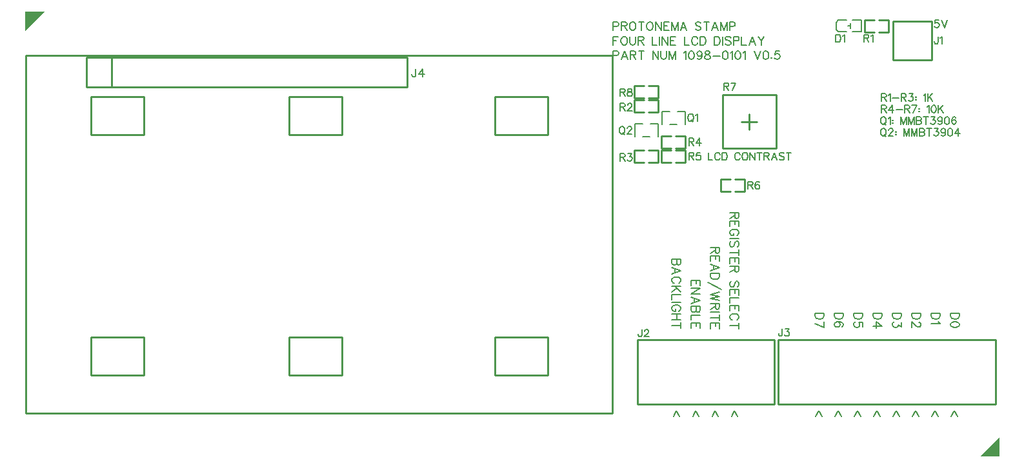
<source format=gto>
G04 Layer: TopSilkscreenLayer*
G04 Panelize: , Column: 2, Row: 2, Board Size: 127.89mm x 58.42mm, Panelized Board Size: 257.78mm x 118.84mm*
G04 EasyEDA v6.5.34, 2023-09-07 21:57:30*
G04 74dac189c7254be0b42c3ceae140a3ac,5a6b42c53f6a479593ecc07194224c93,10*
G04 Gerber Generator version 0.2*
G04 Scale: 100 percent, Rotated: No, Reflected: No *
G04 Dimensions in millimeters *
G04 leading zeros omitted , absolute positions ,4 integer and 5 decimal *
%FSLAX45Y45*%
%MOMM*%

%ADD10C,0.1524*%
%ADD11C,0.2540*%
%ADD12C,0.1500*%

%LPD*%
D10*
X9935972Y1675637D02*
G01*
X9935972Y1602994D01*
X9931400Y1589278D01*
X9926827Y1584705D01*
X9917684Y1580134D01*
X9908793Y1580134D01*
X9899650Y1584705D01*
X9895077Y1589278D01*
X9890506Y1602994D01*
X9890506Y1612137D01*
X9975088Y1675637D02*
G01*
X10025125Y1675637D01*
X9997693Y1639315D01*
X10011409Y1639315D01*
X10020554Y1634744D01*
X10025125Y1630171D01*
X10029697Y1616710D01*
X10029697Y1607565D01*
X10025125Y1593850D01*
X10015981Y1584705D01*
X10002265Y1580134D01*
X9988804Y1580134D01*
X9975088Y1584705D01*
X9970515Y1589278D01*
X9965943Y1598421D01*
X9351502Y524131D02*
G01*
X9310613Y597029D01*
X9269714Y524131D01*
X9097502Y524131D02*
G01*
X9056613Y597029D01*
X9015714Y524131D01*
X8843502Y524131D02*
G01*
X8802613Y597029D01*
X8761714Y524131D01*
X8589502Y524131D02*
G01*
X8548613Y597029D01*
X8507714Y524131D01*
X8093892Y1666237D02*
G01*
X8093892Y1593593D01*
X8089315Y1579877D01*
X8084743Y1575305D01*
X8075599Y1570733D01*
X8066709Y1570733D01*
X8057565Y1575305D01*
X8052993Y1579877D01*
X8048424Y1593593D01*
X8048424Y1602737D01*
X8128431Y1643631D02*
G01*
X8128431Y1648203D01*
X8133008Y1657093D01*
X8137575Y1661665D01*
X8146724Y1666237D01*
X8164758Y1666237D01*
X8173897Y1661665D01*
X8178474Y1657093D01*
X8183044Y1648203D01*
X8183044Y1639059D01*
X8178474Y1629915D01*
X8169325Y1616199D01*
X8123859Y1570733D01*
X8187613Y1570733D01*
X10460085Y524108D02*
G01*
X10419196Y597006D01*
X10378297Y524108D01*
X10714085Y524108D02*
G01*
X10673196Y597006D01*
X10632297Y524108D01*
X10968085Y524108D02*
G01*
X10927196Y597006D01*
X10886297Y524108D01*
X11222085Y524108D02*
G01*
X11181196Y597006D01*
X11140297Y524108D01*
X11476085Y524108D02*
G01*
X11435196Y597006D01*
X11394297Y524108D01*
X11984085Y524108D02*
G01*
X11943196Y597006D01*
X11902297Y524108D01*
X11730085Y524108D02*
G01*
X11689196Y597006D01*
X11648297Y524108D01*
X12238085Y524108D02*
G01*
X12197196Y597006D01*
X12156297Y524108D01*
X12262383Y1879597D02*
G01*
X12147829Y1879597D01*
X12262383Y1879597D02*
G01*
X12262383Y1841497D01*
X12256795Y1824987D01*
X12245873Y1814065D01*
X12234951Y1808731D01*
X12218695Y1803143D01*
X12191263Y1803143D01*
X12175007Y1808731D01*
X12164085Y1814065D01*
X12153163Y1824987D01*
X12147829Y1841497D01*
X12147829Y1879597D01*
X12262383Y1734563D02*
G01*
X12256795Y1750819D01*
X12240539Y1761741D01*
X12213107Y1767329D01*
X12196851Y1767329D01*
X12169419Y1761741D01*
X12153163Y1750819D01*
X12147829Y1734563D01*
X12147829Y1723641D01*
X12153163Y1707131D01*
X12169419Y1696209D01*
X12196851Y1690875D01*
X12213107Y1690875D01*
X12240539Y1696209D01*
X12256795Y1707131D01*
X12262383Y1723641D01*
X12262383Y1734563D01*
X12008385Y1879597D02*
G01*
X11893831Y1879597D01*
X12008385Y1879597D02*
G01*
X12008385Y1841497D01*
X12002797Y1824987D01*
X11991875Y1814065D01*
X11980953Y1808731D01*
X11964697Y1803143D01*
X11937265Y1803143D01*
X11921009Y1808731D01*
X11910087Y1814065D01*
X11899165Y1824987D01*
X11893831Y1841497D01*
X11893831Y1879597D01*
X11986541Y1767329D02*
G01*
X11991875Y1756407D01*
X12008385Y1739897D01*
X11893831Y1739897D01*
X11754385Y1879597D02*
G01*
X11639831Y1879597D01*
X11754385Y1879597D02*
G01*
X11754385Y1841497D01*
X11748797Y1824987D01*
X11737875Y1814065D01*
X11726953Y1808731D01*
X11710697Y1803143D01*
X11683265Y1803143D01*
X11667009Y1808731D01*
X11656087Y1814065D01*
X11645165Y1824987D01*
X11639831Y1841497D01*
X11639831Y1879597D01*
X11726953Y1761741D02*
G01*
X11732541Y1761741D01*
X11743463Y1756407D01*
X11748797Y1750819D01*
X11754385Y1739897D01*
X11754385Y1718053D01*
X11748797Y1707131D01*
X11743463Y1701797D01*
X11732541Y1696209D01*
X11721619Y1696209D01*
X11710697Y1701797D01*
X11694187Y1712719D01*
X11639831Y1767329D01*
X11639831Y1690875D01*
X11500340Y1879572D02*
G01*
X11385786Y1879572D01*
X11500340Y1879572D02*
G01*
X11500340Y1841472D01*
X11494752Y1824962D01*
X11483830Y1814040D01*
X11472908Y1808706D01*
X11456652Y1803118D01*
X11429474Y1803118D01*
X11412964Y1808706D01*
X11402042Y1814040D01*
X11391120Y1824962D01*
X11385786Y1841472D01*
X11385786Y1879572D01*
X11500340Y1756382D02*
G01*
X11500340Y1696438D01*
X11456652Y1728950D01*
X11456652Y1712694D01*
X11451064Y1701772D01*
X11445730Y1696438D01*
X11429474Y1690850D01*
X11418552Y1690850D01*
X11402042Y1696438D01*
X11391120Y1707106D01*
X11385786Y1723616D01*
X11385786Y1739872D01*
X11391120Y1756382D01*
X11396708Y1761716D01*
X11407630Y1767304D01*
X11246340Y1879572D02*
G01*
X11131786Y1879572D01*
X11246340Y1879572D02*
G01*
X11246340Y1841472D01*
X11240752Y1824962D01*
X11229830Y1814040D01*
X11218908Y1808706D01*
X11202652Y1803118D01*
X11175474Y1803118D01*
X11158964Y1808706D01*
X11148042Y1814040D01*
X11137120Y1824962D01*
X11131786Y1841472D01*
X11131786Y1879572D01*
X11246340Y1712694D02*
G01*
X11169886Y1767304D01*
X11169886Y1685516D01*
X11246340Y1712694D02*
G01*
X11131786Y1712694D01*
X10992340Y1879572D02*
G01*
X10877786Y1879572D01*
X10992340Y1879572D02*
G01*
X10992340Y1841472D01*
X10986752Y1824962D01*
X10975830Y1814040D01*
X10964908Y1808706D01*
X10948652Y1803118D01*
X10921474Y1803118D01*
X10904964Y1808706D01*
X10894042Y1814040D01*
X10883120Y1824962D01*
X10877786Y1841472D01*
X10877786Y1879572D01*
X10992340Y1701772D02*
G01*
X10992340Y1756382D01*
X10943064Y1761716D01*
X10948652Y1756382D01*
X10953986Y1739872D01*
X10953986Y1723616D01*
X10948652Y1707106D01*
X10937730Y1696438D01*
X10921474Y1690850D01*
X10910552Y1690850D01*
X10894042Y1696438D01*
X10883120Y1707106D01*
X10877786Y1723616D01*
X10877786Y1739872D01*
X10883120Y1756382D01*
X10888708Y1761716D01*
X10899630Y1767304D01*
X10738340Y1879572D02*
G01*
X10623786Y1879572D01*
X10738340Y1879572D02*
G01*
X10738340Y1841472D01*
X10732752Y1824962D01*
X10721830Y1814040D01*
X10710908Y1808706D01*
X10694652Y1803118D01*
X10667474Y1803118D01*
X10650964Y1808706D01*
X10640042Y1814040D01*
X10629120Y1824962D01*
X10623786Y1841472D01*
X10623786Y1879572D01*
X10721830Y1701772D02*
G01*
X10732752Y1707106D01*
X10738340Y1723616D01*
X10738340Y1734538D01*
X10732752Y1750794D01*
X10716496Y1761716D01*
X10689064Y1767304D01*
X10661886Y1767304D01*
X10640042Y1761716D01*
X10629120Y1750794D01*
X10623786Y1734538D01*
X10623786Y1728950D01*
X10629120Y1712694D01*
X10640042Y1701772D01*
X10656552Y1696438D01*
X10661886Y1696438D01*
X10678142Y1701772D01*
X10689064Y1712694D01*
X10694652Y1728950D01*
X10694652Y1734538D01*
X10689064Y1750794D01*
X10678142Y1761716D01*
X10661886Y1767304D01*
X10484340Y1879572D02*
G01*
X10369786Y1879572D01*
X10484340Y1879572D02*
G01*
X10484340Y1841472D01*
X10478752Y1824962D01*
X10467830Y1814040D01*
X10456908Y1808706D01*
X10440652Y1803118D01*
X10413474Y1803118D01*
X10396964Y1808706D01*
X10386042Y1814040D01*
X10375120Y1824962D01*
X10369786Y1841472D01*
X10369786Y1879572D01*
X10484340Y1690850D02*
G01*
X10369786Y1745460D01*
X10484340Y1767304D02*
G01*
X10484340Y1690850D01*
X9366722Y3200496D02*
G01*
X9252168Y3200496D01*
X9366722Y3200496D02*
G01*
X9366722Y3151220D01*
X9361134Y3134964D01*
X9355800Y3129376D01*
X9344878Y3124042D01*
X9333956Y3124042D01*
X9323034Y3129376D01*
X9317700Y3134964D01*
X9312112Y3151220D01*
X9312112Y3200496D01*
X9312112Y3162142D02*
G01*
X9252168Y3124042D01*
X9366722Y3087974D02*
G01*
X9252168Y3087974D01*
X9366722Y3087974D02*
G01*
X9366722Y3017108D01*
X9312112Y3087974D02*
G01*
X9312112Y3044286D01*
X9252168Y3087974D02*
G01*
X9252168Y3017108D01*
X9339290Y2899252D02*
G01*
X9350212Y2904840D01*
X9361134Y2915762D01*
X9366722Y2926684D01*
X9366722Y2948274D01*
X9361134Y2959196D01*
X9350212Y2970118D01*
X9339290Y2975706D01*
X9323034Y2981040D01*
X9295856Y2981040D01*
X9279346Y2975706D01*
X9268424Y2970118D01*
X9257502Y2959196D01*
X9252168Y2948274D01*
X9252168Y2926684D01*
X9257502Y2915762D01*
X9268424Y2904840D01*
X9279346Y2899252D01*
X9295856Y2899252D01*
X9295856Y2926684D02*
G01*
X9295856Y2899252D01*
X9366722Y2863184D02*
G01*
X9252168Y2863184D01*
X9350212Y2750916D02*
G01*
X9361134Y2761838D01*
X9366722Y2778094D01*
X9366722Y2799938D01*
X9361134Y2816448D01*
X9350212Y2827370D01*
X9339290Y2827370D01*
X9328368Y2821782D01*
X9323034Y2816448D01*
X9317700Y2805526D01*
X9306778Y2772760D01*
X9301190Y2761838D01*
X9295856Y2756504D01*
X9284934Y2750916D01*
X9268424Y2750916D01*
X9257502Y2761838D01*
X9252168Y2778094D01*
X9252168Y2799938D01*
X9257502Y2816448D01*
X9268424Y2827370D01*
X9366722Y2676748D02*
G01*
X9252168Y2676748D01*
X9366722Y2714848D02*
G01*
X9366722Y2638648D01*
X9366722Y2602580D02*
G01*
X9252168Y2602580D01*
X9366722Y2602580D02*
G01*
X9366722Y2531714D01*
X9312112Y2602580D02*
G01*
X9312112Y2558892D01*
X9252168Y2602580D02*
G01*
X9252168Y2531714D01*
X9366722Y2495646D02*
G01*
X9252168Y2495646D01*
X9366722Y2495646D02*
G01*
X9366722Y2446624D01*
X9361134Y2430114D01*
X9355800Y2424780D01*
X9344878Y2419192D01*
X9333956Y2419192D01*
X9323034Y2424780D01*
X9317700Y2430114D01*
X9312112Y2446624D01*
X9312112Y2495646D01*
X9312112Y2457546D02*
G01*
X9252168Y2419192D01*
X9350212Y2222850D02*
G01*
X9361134Y2233772D01*
X9366722Y2250282D01*
X9366722Y2272126D01*
X9361134Y2288382D01*
X9350212Y2299304D01*
X9339290Y2299304D01*
X9328368Y2293970D01*
X9323034Y2288382D01*
X9317700Y2277460D01*
X9306778Y2244694D01*
X9301190Y2233772D01*
X9295856Y2228438D01*
X9284934Y2222850D01*
X9268424Y2222850D01*
X9257502Y2233772D01*
X9252168Y2250282D01*
X9252168Y2272126D01*
X9257502Y2288382D01*
X9268424Y2299304D01*
X9366722Y2187036D02*
G01*
X9252168Y2187036D01*
X9366722Y2187036D02*
G01*
X9366722Y2115916D01*
X9312112Y2187036D02*
G01*
X9312112Y2143348D01*
X9252168Y2187036D02*
G01*
X9252168Y2115916D01*
X9366722Y2080102D02*
G01*
X9252168Y2080102D01*
X9252168Y2080102D02*
G01*
X9252168Y2014570D01*
X9366722Y1978502D02*
G01*
X9252168Y1978502D01*
X9366722Y1978502D02*
G01*
X9366722Y1907636D01*
X9312112Y1978502D02*
G01*
X9312112Y1934814D01*
X9252168Y1978502D02*
G01*
X9252168Y1907636D01*
X9339290Y1789780D02*
G01*
X9350212Y1795368D01*
X9361134Y1806290D01*
X9366722Y1817212D01*
X9366722Y1839056D01*
X9361134Y1849724D01*
X9350212Y1860646D01*
X9339290Y1866234D01*
X9323034Y1871568D01*
X9295856Y1871568D01*
X9279346Y1866234D01*
X9268424Y1860646D01*
X9257502Y1849724D01*
X9252168Y1839056D01*
X9252168Y1817212D01*
X9257502Y1806290D01*
X9268424Y1795368D01*
X9279346Y1789780D01*
X9366722Y1715612D02*
G01*
X9252168Y1715612D01*
X9366722Y1753966D02*
G01*
X9366722Y1677512D01*
X9112722Y2743299D02*
G01*
X8998168Y2743299D01*
X9112722Y2743299D02*
G01*
X9112722Y2694023D01*
X9107134Y2677767D01*
X9101800Y2672179D01*
X9090878Y2666845D01*
X9079956Y2666845D01*
X9069034Y2672179D01*
X9063700Y2677767D01*
X9058112Y2694023D01*
X9058112Y2743299D01*
X9058112Y2704945D02*
G01*
X8998168Y2666845D01*
X9112722Y2630777D02*
G01*
X8998168Y2630777D01*
X9112722Y2630777D02*
G01*
X9112722Y2559911D01*
X9058112Y2630777D02*
G01*
X9058112Y2587089D01*
X8998168Y2630777D02*
G01*
X8998168Y2559911D01*
X9112722Y2480409D02*
G01*
X8998168Y2523843D01*
X9112722Y2480409D02*
G01*
X8998168Y2436721D01*
X9036268Y2507587D02*
G01*
X9036268Y2452977D01*
X9112722Y2400653D02*
G01*
X8998168Y2400653D01*
X9112722Y2400653D02*
G01*
X9112722Y2362553D01*
X9107134Y2346043D01*
X9096212Y2335121D01*
X9085290Y2329787D01*
X9069034Y2324199D01*
X9041856Y2324199D01*
X9025346Y2329787D01*
X9014424Y2335121D01*
X9003502Y2346043D01*
X8998168Y2362553D01*
X8998168Y2400653D01*
X9134566Y2190087D02*
G01*
X8960068Y2288385D01*
X9112722Y2154019D02*
G01*
X8998168Y2126841D01*
X9112722Y2099663D02*
G01*
X8998168Y2126841D01*
X9112722Y2099663D02*
G01*
X8998168Y2072231D01*
X9112722Y2045053D02*
G01*
X8998168Y2072231D01*
X9112722Y2008985D02*
G01*
X8998168Y2008985D01*
X9112722Y2008985D02*
G01*
X9112722Y1959963D01*
X9107134Y1943453D01*
X9101800Y1938119D01*
X9090878Y1932531D01*
X9079956Y1932531D01*
X9069034Y1938119D01*
X9063700Y1943453D01*
X9058112Y1959963D01*
X9058112Y2008985D01*
X9058112Y1970885D02*
G01*
X8998168Y1932531D01*
X9112722Y1896717D02*
G01*
X8998168Y1896717D01*
X9112722Y1822549D02*
G01*
X8998168Y1822549D01*
X9112722Y1860649D02*
G01*
X9112722Y1784195D01*
X9112722Y1748381D02*
G01*
X8998168Y1748381D01*
X9112722Y1748381D02*
G01*
X9112722Y1677261D01*
X9058112Y1748381D02*
G01*
X9058112Y1704693D01*
X8998168Y1748381D02*
G01*
X8998168Y1677261D01*
X8858722Y2311499D02*
G01*
X8744168Y2311499D01*
X8858722Y2311499D02*
G01*
X8858722Y2240379D01*
X8804112Y2311499D02*
G01*
X8804112Y2267811D01*
X8744168Y2311499D02*
G01*
X8744168Y2240379D01*
X8858722Y2204565D02*
G01*
X8744168Y2204565D01*
X8858722Y2204565D02*
G01*
X8744168Y2128111D01*
X8858722Y2128111D02*
G01*
X8744168Y2128111D01*
X8858722Y2048609D02*
G01*
X8744168Y2092043D01*
X8858722Y2048609D02*
G01*
X8744168Y2004921D01*
X8782268Y2075787D02*
G01*
X8782268Y2021177D01*
X8858722Y1968853D02*
G01*
X8744168Y1968853D01*
X8858722Y1968853D02*
G01*
X8858722Y1919831D01*
X8853134Y1903321D01*
X8847800Y1897987D01*
X8836878Y1892399D01*
X8825956Y1892399D01*
X8815034Y1897987D01*
X8809700Y1903321D01*
X8804112Y1919831D01*
X8804112Y1968853D02*
G01*
X8804112Y1919831D01*
X8798778Y1903321D01*
X8793190Y1897987D01*
X8782268Y1892399D01*
X8766012Y1892399D01*
X8755090Y1897987D01*
X8749502Y1903321D01*
X8744168Y1919831D01*
X8744168Y1968853D01*
X8858722Y1856585D02*
G01*
X8744168Y1856585D01*
X8744168Y1856585D02*
G01*
X8744168Y1791053D01*
X8858722Y1754985D02*
G01*
X8744168Y1754985D01*
X8858722Y1754985D02*
G01*
X8858722Y1684119D01*
X8804112Y1754985D02*
G01*
X8804112Y1711297D01*
X8744168Y1754985D02*
G01*
X8744168Y1684119D01*
X8604722Y2590899D02*
G01*
X8490168Y2590899D01*
X8604722Y2590899D02*
G01*
X8604722Y2541623D01*
X8599134Y2525367D01*
X8593800Y2519779D01*
X8582878Y2514445D01*
X8571956Y2514445D01*
X8561034Y2519779D01*
X8555700Y2525367D01*
X8550112Y2541623D01*
X8550112Y2590899D02*
G01*
X8550112Y2541623D01*
X8544778Y2525367D01*
X8539190Y2519779D01*
X8528268Y2514445D01*
X8512012Y2514445D01*
X8501090Y2519779D01*
X8495502Y2525367D01*
X8490168Y2541623D01*
X8490168Y2590899D01*
X8604722Y2434689D02*
G01*
X8490168Y2478377D01*
X8604722Y2434689D02*
G01*
X8490168Y2391255D01*
X8528268Y2462121D02*
G01*
X8528268Y2407511D01*
X8577290Y2273399D02*
G01*
X8588212Y2278733D01*
X8599134Y2289655D01*
X8604722Y2300577D01*
X8604722Y2322421D01*
X8599134Y2333343D01*
X8588212Y2344265D01*
X8577290Y2349599D01*
X8561034Y2355187D01*
X8533856Y2355187D01*
X8517346Y2349599D01*
X8506424Y2344265D01*
X8495502Y2333343D01*
X8490168Y2322421D01*
X8490168Y2300577D01*
X8495502Y2289655D01*
X8506424Y2278733D01*
X8517346Y2273399D01*
X8604722Y2237331D02*
G01*
X8490168Y2237331D01*
X8604722Y2160877D02*
G01*
X8528268Y2237331D01*
X8555700Y2210153D02*
G01*
X8490168Y2160877D01*
X8604722Y2125063D02*
G01*
X8490168Y2125063D01*
X8490168Y2125063D02*
G01*
X8490168Y2059531D01*
X8604722Y2023463D02*
G01*
X8490168Y2023463D01*
X8577290Y1905607D02*
G01*
X8588212Y1911195D01*
X8599134Y1922117D01*
X8604722Y1933039D01*
X8604722Y1954883D01*
X8599134Y1965805D01*
X8588212Y1976727D01*
X8577290Y1982061D01*
X8561034Y1987649D01*
X8533856Y1987649D01*
X8517346Y1982061D01*
X8506424Y1976727D01*
X8495502Y1965805D01*
X8490168Y1954883D01*
X8490168Y1933039D01*
X8495502Y1922117D01*
X8506424Y1911195D01*
X8517346Y1905607D01*
X8533856Y1905607D01*
X8533856Y1933039D02*
G01*
X8533856Y1905607D01*
X8604722Y1869793D02*
G01*
X8490168Y1869793D01*
X8604722Y1793339D02*
G01*
X8490168Y1793339D01*
X8550112Y1869793D02*
G01*
X8550112Y1793339D01*
X8604722Y1719171D02*
G01*
X8490168Y1719171D01*
X8604722Y1757271D02*
G01*
X8604722Y1681071D01*
X8966207Y3987030D02*
G01*
X8966207Y3891526D01*
X8966207Y3891526D02*
G01*
X9020817Y3891526D01*
X9118861Y3964424D02*
G01*
X9114289Y3973568D01*
X9105399Y3982458D01*
X9096255Y3987030D01*
X9077967Y3987030D01*
X9068823Y3982458D01*
X9059933Y3973568D01*
X9055361Y3964424D01*
X9050789Y3950708D01*
X9050789Y3928102D01*
X9055361Y3914386D01*
X9059933Y3905242D01*
X9068823Y3896098D01*
X9077967Y3891526D01*
X9096255Y3891526D01*
X9105399Y3896098D01*
X9114289Y3905242D01*
X9118861Y3914386D01*
X9148833Y3987030D02*
G01*
X9148833Y3891526D01*
X9148833Y3987030D02*
G01*
X9180837Y3987030D01*
X9194299Y3982458D01*
X9203443Y3973568D01*
X9208015Y3964424D01*
X9212587Y3950708D01*
X9212587Y3928102D01*
X9208015Y3914386D01*
X9203443Y3905242D01*
X9194299Y3896098D01*
X9180837Y3891526D01*
X9148833Y3891526D01*
X9380735Y3964424D02*
G01*
X9376163Y3973568D01*
X9367019Y3982458D01*
X9358129Y3987030D01*
X9339841Y3987030D01*
X9330697Y3982458D01*
X9321553Y3973568D01*
X9316981Y3964424D01*
X9312663Y3950708D01*
X9312663Y3928102D01*
X9316981Y3914386D01*
X9321553Y3905242D01*
X9330697Y3896098D01*
X9339841Y3891526D01*
X9358129Y3891526D01*
X9367019Y3896098D01*
X9376163Y3905242D01*
X9380735Y3914386D01*
X9437885Y3987030D02*
G01*
X9428995Y3982458D01*
X9419851Y3973568D01*
X9415279Y3964424D01*
X9410707Y3950708D01*
X9410707Y3928102D01*
X9415279Y3914386D01*
X9419851Y3905242D01*
X9428995Y3896098D01*
X9437885Y3891526D01*
X9456173Y3891526D01*
X9465317Y3896098D01*
X9474461Y3905242D01*
X9479033Y3914386D01*
X9483351Y3928102D01*
X9483351Y3950708D01*
X9479033Y3964424D01*
X9474461Y3973568D01*
X9465317Y3982458D01*
X9456173Y3987030D01*
X9437885Y3987030D01*
X9513577Y3987030D02*
G01*
X9513577Y3891526D01*
X9513577Y3987030D02*
G01*
X9577077Y3891526D01*
X9577077Y3987030D02*
G01*
X9577077Y3891526D01*
X9638799Y3987030D02*
G01*
X9638799Y3891526D01*
X9607049Y3987030D02*
G01*
X9670803Y3987030D01*
X9700775Y3987030D02*
G01*
X9700775Y3891526D01*
X9700775Y3987030D02*
G01*
X9741669Y3987030D01*
X9755385Y3982458D01*
X9759703Y3977886D01*
X9764275Y3968996D01*
X9764275Y3959852D01*
X9759703Y3950708D01*
X9755385Y3946136D01*
X9741669Y3941564D01*
X9700775Y3941564D01*
X9732525Y3941564D02*
G01*
X9764275Y3891526D01*
X9830823Y3987030D02*
G01*
X9794247Y3891526D01*
X9830823Y3987030D02*
G01*
X9867145Y3891526D01*
X9807963Y3923530D02*
G01*
X9853429Y3923530D01*
X9960617Y3973568D02*
G01*
X9951727Y3982458D01*
X9938011Y3987030D01*
X9919723Y3987030D01*
X9906261Y3982458D01*
X9897117Y3973568D01*
X9897117Y3964424D01*
X9901689Y3955280D01*
X9906261Y3950708D01*
X9915405Y3946136D01*
X9942583Y3936992D01*
X9951727Y3932674D01*
X9956299Y3928102D01*
X9960617Y3918958D01*
X9960617Y3905242D01*
X9951727Y3896098D01*
X9938011Y3891526D01*
X9919723Y3891526D01*
X9906261Y3896098D01*
X9897117Y3905242D01*
X10022593Y3987030D02*
G01*
X10022593Y3891526D01*
X9990843Y3987030D02*
G01*
X10054343Y3987030D01*
X11239500Y4761737D02*
G01*
X11239500Y4666234D01*
X11239500Y4761737D02*
G01*
X11280393Y4761737D01*
X11294109Y4757165D01*
X11298681Y4752594D01*
X11303000Y4743704D01*
X11303000Y4734560D01*
X11298681Y4725415D01*
X11294109Y4720844D01*
X11280393Y4716271D01*
X11239500Y4716271D01*
X11271250Y4716271D02*
G01*
X11303000Y4666234D01*
X11333225Y4743704D02*
G01*
X11342115Y4748276D01*
X11355831Y4761737D01*
X11355831Y4666234D01*
X11385804Y4707381D02*
G01*
X11467591Y4707381D01*
X11497563Y4761737D02*
G01*
X11497563Y4666234D01*
X11497563Y4761737D02*
G01*
X11538458Y4761737D01*
X11552174Y4757165D01*
X11556745Y4752594D01*
X11561318Y4743704D01*
X11561318Y4734560D01*
X11556745Y4725415D01*
X11552174Y4720844D01*
X11538458Y4716271D01*
X11497563Y4716271D01*
X11529568Y4716271D02*
G01*
X11561318Y4666234D01*
X11600434Y4761737D02*
G01*
X11650472Y4761737D01*
X11623040Y4725415D01*
X11636756Y4725415D01*
X11645900Y4720844D01*
X11650472Y4716271D01*
X11655043Y4702810D01*
X11655043Y4693665D01*
X11650472Y4679950D01*
X11641327Y4670805D01*
X11627611Y4666234D01*
X11613895Y4666234D01*
X11600434Y4670805D01*
X11595861Y4675378D01*
X11591290Y4684521D01*
X11689588Y4720844D02*
G01*
X11685015Y4716271D01*
X11689588Y4711700D01*
X11693906Y4716271D01*
X11689588Y4720844D01*
X11689588Y4689094D02*
G01*
X11685015Y4684521D01*
X11689588Y4679950D01*
X11693906Y4684521D01*
X11689588Y4689094D01*
X11793981Y4743704D02*
G01*
X11803125Y4748276D01*
X11816841Y4761737D01*
X11816841Y4666234D01*
X11846813Y4761737D02*
G01*
X11846813Y4666234D01*
X11910313Y4761737D02*
G01*
X11846813Y4698237D01*
X11869420Y4720844D02*
G01*
X11910313Y4666234D01*
X11239500Y4609337D02*
G01*
X11239500Y4513834D01*
X11239500Y4609337D02*
G01*
X11280393Y4609337D01*
X11294109Y4604765D01*
X11298681Y4600194D01*
X11303000Y4591304D01*
X11303000Y4582160D01*
X11298681Y4573015D01*
X11294109Y4568444D01*
X11280393Y4563871D01*
X11239500Y4563871D01*
X11271250Y4563871D02*
G01*
X11303000Y4513834D01*
X11378691Y4609337D02*
G01*
X11333225Y4545837D01*
X11401297Y4545837D01*
X11378691Y4609337D02*
G01*
X11378691Y4513834D01*
X11431270Y4554981D02*
G01*
X11513058Y4554981D01*
X11543029Y4609337D02*
G01*
X11543029Y4513834D01*
X11543029Y4609337D02*
G01*
X11583924Y4609337D01*
X11597640Y4604765D01*
X11602211Y4600194D01*
X11606784Y4591304D01*
X11606784Y4582160D01*
X11602211Y4573015D01*
X11597640Y4568444D01*
X11583924Y4563871D01*
X11543029Y4563871D01*
X11575034Y4563871D02*
G01*
X11606784Y4513834D01*
X11700256Y4609337D02*
G01*
X11655043Y4513834D01*
X11636756Y4609337D02*
G01*
X11700256Y4609337D01*
X11735054Y4568444D02*
G01*
X11730481Y4563871D01*
X11735054Y4559300D01*
X11739372Y4563871D01*
X11735054Y4568444D01*
X11735054Y4536694D02*
G01*
X11730481Y4532121D01*
X11735054Y4527550D01*
X11739372Y4532121D01*
X11735054Y4536694D01*
X11839447Y4591304D02*
G01*
X11848591Y4595876D01*
X11862308Y4609337D01*
X11862308Y4513834D01*
X11919458Y4609337D02*
G01*
X11905741Y4604765D01*
X11896852Y4591304D01*
X11892279Y4568444D01*
X11892279Y4554981D01*
X11896852Y4532121D01*
X11905741Y4518405D01*
X11919458Y4513834D01*
X11928602Y4513834D01*
X11942318Y4518405D01*
X11951208Y4532121D01*
X11955779Y4554981D01*
X11955779Y4568444D01*
X11951208Y4591304D01*
X11942318Y4604765D01*
X11928602Y4609337D01*
X11919458Y4609337D01*
X11985752Y4609337D02*
G01*
X11985752Y4513834D01*
X12049506Y4609337D02*
G01*
X11985752Y4545837D01*
X12008611Y4568444D02*
G01*
X12049506Y4513834D01*
X11253977Y4456937D02*
G01*
X11244834Y4452365D01*
X11235943Y4443476D01*
X11231372Y4434331D01*
X11226800Y4420615D01*
X11226800Y4398010D01*
X11231372Y4384294D01*
X11235943Y4375150D01*
X11244834Y4366005D01*
X11253977Y4361434D01*
X11272265Y4361434D01*
X11281409Y4366005D01*
X11290300Y4375150D01*
X11294872Y4384294D01*
X11299443Y4398010D01*
X11299443Y4420615D01*
X11294872Y4434331D01*
X11290300Y4443476D01*
X11281409Y4452365D01*
X11272265Y4456937D01*
X11253977Y4456937D01*
X11267693Y4379721D02*
G01*
X11294872Y4352544D01*
X11329415Y4438904D02*
G01*
X11338559Y4443476D01*
X11352275Y4456937D01*
X11352275Y4361434D01*
X11386820Y4416044D02*
G01*
X11382247Y4411471D01*
X11386820Y4406900D01*
X11391391Y4411471D01*
X11386820Y4416044D01*
X11386820Y4384294D02*
G01*
X11382247Y4379721D01*
X11386820Y4375150D01*
X11391391Y4379721D01*
X11386820Y4384294D01*
X11491213Y4456937D02*
G01*
X11491213Y4361434D01*
X11491213Y4456937D02*
G01*
X11527790Y4361434D01*
X11564111Y4456937D02*
G01*
X11527790Y4361434D01*
X11564111Y4456937D02*
G01*
X11564111Y4361434D01*
X11594084Y4456937D02*
G01*
X11594084Y4361434D01*
X11594084Y4456937D02*
G01*
X11630406Y4361434D01*
X11666727Y4456937D02*
G01*
X11630406Y4361434D01*
X11666727Y4456937D02*
G01*
X11666727Y4361434D01*
X11696700Y4456937D02*
G01*
X11696700Y4361434D01*
X11696700Y4456937D02*
G01*
X11737593Y4456937D01*
X11751309Y4452365D01*
X11755881Y4447794D01*
X11760454Y4438904D01*
X11760454Y4429760D01*
X11755881Y4420615D01*
X11751309Y4416044D01*
X11737593Y4411471D01*
X11696700Y4411471D02*
G01*
X11737593Y4411471D01*
X11751309Y4406900D01*
X11755881Y4402581D01*
X11760454Y4393437D01*
X11760454Y4379721D01*
X11755881Y4370578D01*
X11751309Y4366005D01*
X11737593Y4361434D01*
X11696700Y4361434D01*
X11822175Y4456937D02*
G01*
X11822175Y4361434D01*
X11790425Y4456937D02*
G01*
X11853925Y4456937D01*
X11893041Y4456937D02*
G01*
X11943079Y4456937D01*
X11915902Y4420615D01*
X11929618Y4420615D01*
X11938508Y4416044D01*
X11943079Y4411471D01*
X11947652Y4398010D01*
X11947652Y4388865D01*
X11943079Y4375150D01*
X11933936Y4366005D01*
X11920474Y4361434D01*
X11906758Y4361434D01*
X11893041Y4366005D01*
X11888470Y4370578D01*
X11884152Y4379721D01*
X12036806Y4425187D02*
G01*
X12032234Y4411471D01*
X12023090Y4402581D01*
X12009374Y4398010D01*
X12005056Y4398010D01*
X11991340Y4402581D01*
X11982195Y4411471D01*
X11977624Y4425187D01*
X11977624Y4429760D01*
X11982195Y4443476D01*
X11991340Y4452365D01*
X12005056Y4456937D01*
X12009374Y4456937D01*
X12023090Y4452365D01*
X12032234Y4443476D01*
X12036806Y4425187D01*
X12036806Y4402581D01*
X12032234Y4379721D01*
X12023090Y4366005D01*
X12009374Y4361434D01*
X12000484Y4361434D01*
X11986768Y4366005D01*
X11982195Y4375150D01*
X12093956Y4456937D02*
G01*
X12080493Y4452365D01*
X12071350Y4438904D01*
X12066777Y4416044D01*
X12066777Y4402581D01*
X12071350Y4379721D01*
X12080493Y4366005D01*
X12093956Y4361434D01*
X12103100Y4361434D01*
X12116815Y4366005D01*
X12125959Y4379721D01*
X12130531Y4402581D01*
X12130531Y4416044D01*
X12125959Y4438904D01*
X12116815Y4452365D01*
X12103100Y4456937D01*
X12093956Y4456937D01*
X12214859Y4443476D02*
G01*
X12210288Y4452365D01*
X12196825Y4456937D01*
X12187681Y4456937D01*
X12173965Y4452365D01*
X12165075Y4438904D01*
X12160504Y4416044D01*
X12160504Y4393437D01*
X12165075Y4375150D01*
X12173965Y4366005D01*
X12187681Y4361434D01*
X12192254Y4361434D01*
X12205970Y4366005D01*
X12214859Y4375150D01*
X12219431Y4388865D01*
X12219431Y4393437D01*
X12214859Y4406900D01*
X12205970Y4416044D01*
X12192254Y4420615D01*
X12187681Y4420615D01*
X12173965Y4416044D01*
X12165075Y4406900D01*
X12160504Y4393437D01*
X11253977Y4304537D02*
G01*
X11244834Y4299965D01*
X11235943Y4291076D01*
X11231372Y4281931D01*
X11226800Y4268215D01*
X11226800Y4245610D01*
X11231372Y4231894D01*
X11235943Y4222750D01*
X11244834Y4213605D01*
X11253977Y4209034D01*
X11272265Y4209034D01*
X11281409Y4213605D01*
X11290300Y4222750D01*
X11294872Y4231894D01*
X11299443Y4245610D01*
X11299443Y4268215D01*
X11294872Y4281931D01*
X11290300Y4291076D01*
X11281409Y4299965D01*
X11272265Y4304537D01*
X11253977Y4304537D01*
X11267693Y4227321D02*
G01*
X11294872Y4200144D01*
X11333988Y4281931D02*
G01*
X11333988Y4286504D01*
X11338559Y4295394D01*
X11343131Y4299965D01*
X11352275Y4304537D01*
X11370309Y4304537D01*
X11379454Y4299965D01*
X11384025Y4295394D01*
X11388597Y4286504D01*
X11388597Y4277360D01*
X11384025Y4268215D01*
X11374881Y4254500D01*
X11329415Y4209034D01*
X11393170Y4209034D01*
X11427713Y4263644D02*
G01*
X11423141Y4259071D01*
X11427713Y4254500D01*
X11432286Y4259071D01*
X11427713Y4263644D01*
X11427713Y4231894D02*
G01*
X11423141Y4227321D01*
X11427713Y4222750D01*
X11432286Y4227321D01*
X11427713Y4231894D01*
X11532108Y4304537D02*
G01*
X11532108Y4209034D01*
X11532108Y4304537D02*
G01*
X11568684Y4209034D01*
X11605006Y4304537D02*
G01*
X11568684Y4209034D01*
X11605006Y4304537D02*
G01*
X11605006Y4209034D01*
X11634977Y4304537D02*
G01*
X11634977Y4209034D01*
X11634977Y4304537D02*
G01*
X11671300Y4209034D01*
X11707622Y4304537D02*
G01*
X11671300Y4209034D01*
X11707622Y4304537D02*
G01*
X11707622Y4209034D01*
X11737593Y4304537D02*
G01*
X11737593Y4209034D01*
X11737593Y4304537D02*
G01*
X11778488Y4304537D01*
X11792204Y4299965D01*
X11796775Y4295394D01*
X11801347Y4286504D01*
X11801347Y4277360D01*
X11796775Y4268215D01*
X11792204Y4263644D01*
X11778488Y4259071D01*
X11737593Y4259071D02*
G01*
X11778488Y4259071D01*
X11792204Y4254500D01*
X11796775Y4250181D01*
X11801347Y4241037D01*
X11801347Y4227321D01*
X11796775Y4218178D01*
X11792204Y4213605D01*
X11778488Y4209034D01*
X11737593Y4209034D01*
X11863070Y4304537D02*
G01*
X11863070Y4209034D01*
X11831320Y4304537D02*
G01*
X11895074Y4304537D01*
X11933936Y4304537D02*
G01*
X11983974Y4304537D01*
X11956795Y4268215D01*
X11970511Y4268215D01*
X11979402Y4263644D01*
X11983974Y4259071D01*
X11988545Y4245610D01*
X11988545Y4236465D01*
X11983974Y4222750D01*
X11975084Y4213605D01*
X11961368Y4209034D01*
X11947652Y4209034D01*
X11933936Y4213605D01*
X11929618Y4218178D01*
X11925045Y4227321D01*
X12077700Y4272787D02*
G01*
X12073127Y4259071D01*
X12063984Y4250181D01*
X12050522Y4245610D01*
X12045950Y4245610D01*
X12032234Y4250181D01*
X12023090Y4259071D01*
X12018518Y4272787D01*
X12018518Y4277360D01*
X12023090Y4291076D01*
X12032234Y4299965D01*
X12045950Y4304537D01*
X12050522Y4304537D01*
X12063984Y4299965D01*
X12073127Y4291076D01*
X12077700Y4272787D01*
X12077700Y4250181D01*
X12073127Y4227321D01*
X12063984Y4213605D01*
X12050522Y4209034D01*
X12041377Y4209034D01*
X12027661Y4213605D01*
X12023090Y4222750D01*
X12134850Y4304537D02*
G01*
X12121388Y4299965D01*
X12112243Y4286504D01*
X12107672Y4263644D01*
X12107672Y4250181D01*
X12112243Y4227321D01*
X12121388Y4213605D01*
X12134850Y4209034D01*
X12143993Y4209034D01*
X12157709Y4213605D01*
X12166854Y4227321D01*
X12171425Y4250181D01*
X12171425Y4263644D01*
X12166854Y4286504D01*
X12157709Y4299965D01*
X12143993Y4304537D01*
X12134850Y4304537D01*
X12246863Y4304537D02*
G01*
X12201397Y4241037D01*
X12269470Y4241037D01*
X12246863Y4304537D02*
G01*
X12246863Y4209034D01*
X11989815Y5726937D02*
G01*
X11944350Y5726937D01*
X11939777Y5686044D01*
X11944350Y5690615D01*
X11957811Y5695187D01*
X11971527Y5695187D01*
X11985243Y5690615D01*
X11994388Y5681471D01*
X11998959Y5668010D01*
X11998959Y5658865D01*
X11994388Y5645150D01*
X11985243Y5636005D01*
X11971527Y5631434D01*
X11957811Y5631434D01*
X11944350Y5636005D01*
X11939777Y5640578D01*
X11935206Y5649721D01*
X12028931Y5726937D02*
G01*
X12065254Y5631434D01*
X12101575Y5726937D02*
G01*
X12065254Y5631434D01*
X7718806Y5703315D02*
G01*
X7718806Y5594350D01*
X7718806Y5703315D02*
G01*
X7765541Y5703315D01*
X7781036Y5698236D01*
X7786370Y5692902D01*
X7791450Y5682487D01*
X7791450Y5666994D01*
X7786370Y5656579D01*
X7781036Y5651500D01*
X7765541Y5646165D01*
X7718806Y5646165D01*
X7825740Y5703315D02*
G01*
X7825740Y5594350D01*
X7825740Y5703315D02*
G01*
X7872475Y5703315D01*
X7888224Y5698236D01*
X7893304Y5692902D01*
X7898638Y5682487D01*
X7898638Y5672073D01*
X7893304Y5661660D01*
X7888224Y5656579D01*
X7872475Y5651500D01*
X7825740Y5651500D01*
X7862315Y5651500D02*
G01*
X7898638Y5594350D01*
X7963915Y5703315D02*
G01*
X7953756Y5698236D01*
X7943341Y5687821D01*
X7938008Y5677407D01*
X7932927Y5661660D01*
X7932927Y5635752D01*
X7938008Y5620257D01*
X7943341Y5609844D01*
X7953756Y5599429D01*
X7963915Y5594350D01*
X7984743Y5594350D01*
X7995158Y5599429D01*
X8005572Y5609844D01*
X8010906Y5620257D01*
X8015986Y5635752D01*
X8015986Y5661660D01*
X8010906Y5677407D01*
X8005572Y5687821D01*
X7995158Y5698236D01*
X7984743Y5703315D01*
X7963915Y5703315D01*
X8086597Y5703315D02*
G01*
X8086597Y5594350D01*
X8050275Y5703315D02*
G01*
X8122920Y5703315D01*
X8188452Y5703315D02*
G01*
X8178038Y5698236D01*
X8167624Y5687821D01*
X8162543Y5677407D01*
X8157209Y5661660D01*
X8157209Y5635752D01*
X8162543Y5620257D01*
X8167624Y5609844D01*
X8178038Y5599429D01*
X8188452Y5594350D01*
X8209279Y5594350D01*
X8219693Y5599429D01*
X8230108Y5609844D01*
X8235188Y5620257D01*
X8240522Y5635752D01*
X8240522Y5661660D01*
X8235188Y5677407D01*
X8230108Y5687821D01*
X8219693Y5698236D01*
X8209279Y5703315D01*
X8188452Y5703315D01*
X8274811Y5703315D02*
G01*
X8274811Y5594350D01*
X8274811Y5703315D02*
G01*
X8347456Y5594350D01*
X8347456Y5703315D02*
G01*
X8347456Y5594350D01*
X8381745Y5703315D02*
G01*
X8381745Y5594350D01*
X8381745Y5703315D02*
G01*
X8449309Y5703315D01*
X8381745Y5651500D02*
G01*
X8423402Y5651500D01*
X8381745Y5594350D02*
G01*
X8449309Y5594350D01*
X8483600Y5703315D02*
G01*
X8483600Y5594350D01*
X8483600Y5703315D02*
G01*
X8525256Y5594350D01*
X8566658Y5703315D02*
G01*
X8525256Y5594350D01*
X8566658Y5703315D02*
G01*
X8566658Y5594350D01*
X8642604Y5703315D02*
G01*
X8600947Y5594350D01*
X8642604Y5703315D02*
G01*
X8684006Y5594350D01*
X8616695Y5630671D02*
G01*
X8668511Y5630671D01*
X8871204Y5687821D02*
G01*
X8860790Y5698236D01*
X8845295Y5703315D01*
X8824468Y5703315D01*
X8808720Y5698236D01*
X8798306Y5687821D01*
X8798306Y5677407D01*
X8803640Y5666994D01*
X8808720Y5661660D01*
X8819134Y5656579D01*
X8850375Y5646165D01*
X8860790Y5641086D01*
X8865870Y5635752D01*
X8871204Y5625337D01*
X8871204Y5609844D01*
X8860790Y5599429D01*
X8845295Y5594350D01*
X8824468Y5594350D01*
X8808720Y5599429D01*
X8798306Y5609844D01*
X8941815Y5703315D02*
G01*
X8941815Y5594350D01*
X8905493Y5703315D02*
G01*
X8978138Y5703315D01*
X9054084Y5703315D02*
G01*
X9012427Y5594350D01*
X9054084Y5703315D02*
G01*
X9095486Y5594350D01*
X9028175Y5630671D02*
G01*
X9079991Y5630671D01*
X9129775Y5703315D02*
G01*
X9129775Y5594350D01*
X9129775Y5703315D02*
G01*
X9171431Y5594350D01*
X9213088Y5703315D02*
G01*
X9171431Y5594350D01*
X9213088Y5703315D02*
G01*
X9213088Y5594350D01*
X9247377Y5703315D02*
G01*
X9247377Y5594350D01*
X9247377Y5703315D02*
G01*
X9294113Y5703315D01*
X9309608Y5698236D01*
X9314941Y5692902D01*
X9320022Y5682487D01*
X9320022Y5666994D01*
X9314941Y5656579D01*
X9309608Y5651500D01*
X9294113Y5646165D01*
X9247377Y5646165D01*
X11980672Y5511037D02*
G01*
X11980672Y5438394D01*
X11976100Y5424678D01*
X11971527Y5420105D01*
X11962384Y5415534D01*
X11953493Y5415534D01*
X11944350Y5420105D01*
X11939777Y5424678D01*
X11935206Y5438394D01*
X11935206Y5447537D01*
X12010643Y5493004D02*
G01*
X12019788Y5497576D01*
X12033504Y5511037D01*
X12033504Y5415534D01*
X7718806Y5512815D02*
G01*
X7718806Y5403850D01*
X7718806Y5512815D02*
G01*
X7786370Y5512815D01*
X7718806Y5461000D02*
G01*
X7760461Y5461000D01*
X7851902Y5512815D02*
G01*
X7841488Y5507736D01*
X7831074Y5497321D01*
X7825740Y5486907D01*
X7820659Y5471160D01*
X7820659Y5445252D01*
X7825740Y5429757D01*
X7831074Y5419344D01*
X7841488Y5408929D01*
X7851902Y5403850D01*
X7872475Y5403850D01*
X7882890Y5408929D01*
X7893304Y5419344D01*
X7898638Y5429757D01*
X7903718Y5445252D01*
X7903718Y5471160D01*
X7898638Y5486907D01*
X7893304Y5497321D01*
X7882890Y5507736D01*
X7872475Y5512815D01*
X7851902Y5512815D01*
X7938008Y5512815D02*
G01*
X7938008Y5434837D01*
X7943341Y5419344D01*
X7953756Y5408929D01*
X7969250Y5403850D01*
X7979663Y5403850D01*
X7995158Y5408929D01*
X8005572Y5419344D01*
X8010906Y5434837D01*
X8010906Y5512815D01*
X8045195Y5512815D02*
G01*
X8045195Y5403850D01*
X8045195Y5512815D02*
G01*
X8091931Y5512815D01*
X8107425Y5507736D01*
X8112506Y5502402D01*
X8117840Y5491987D01*
X8117840Y5481573D01*
X8112506Y5471160D01*
X8107425Y5466079D01*
X8091931Y5461000D01*
X8045195Y5461000D01*
X8081518Y5461000D02*
G01*
X8117840Y5403850D01*
X8232140Y5512815D02*
G01*
X8232140Y5403850D01*
X8232140Y5403850D02*
G01*
X8294370Y5403850D01*
X8328659Y5512815D02*
G01*
X8328659Y5403850D01*
X8362950Y5512815D02*
G01*
X8362950Y5403850D01*
X8362950Y5512815D02*
G01*
X8435847Y5403850D01*
X8435847Y5512815D02*
G01*
X8435847Y5403850D01*
X8470138Y5512815D02*
G01*
X8470138Y5403850D01*
X8470138Y5512815D02*
G01*
X8537702Y5512815D01*
X8470138Y5461000D02*
G01*
X8511540Y5461000D01*
X8470138Y5403850D02*
G01*
X8537702Y5403850D01*
X8652002Y5512815D02*
G01*
X8652002Y5403850D01*
X8652002Y5403850D02*
G01*
X8714231Y5403850D01*
X8826500Y5486907D02*
G01*
X8821165Y5497321D01*
X8811006Y5507736D01*
X8800591Y5512815D01*
X8779763Y5512815D01*
X8769350Y5507736D01*
X8758936Y5497321D01*
X8753856Y5486907D01*
X8748522Y5471160D01*
X8748522Y5445252D01*
X8753856Y5429757D01*
X8758936Y5419344D01*
X8769350Y5408929D01*
X8779763Y5403850D01*
X8800591Y5403850D01*
X8811006Y5408929D01*
X8821165Y5419344D01*
X8826500Y5429757D01*
X8860790Y5512815D02*
G01*
X8860790Y5403850D01*
X8860790Y5512815D02*
G01*
X8897111Y5512815D01*
X8912606Y5507736D01*
X8923020Y5497321D01*
X8928354Y5486907D01*
X8933434Y5471160D01*
X8933434Y5445252D01*
X8928354Y5429757D01*
X8923020Y5419344D01*
X8912606Y5408929D01*
X8897111Y5403850D01*
X8860790Y5403850D01*
X9047734Y5512815D02*
G01*
X9047734Y5403850D01*
X9047734Y5512815D02*
G01*
X9084056Y5512815D01*
X9099804Y5507736D01*
X9110218Y5497321D01*
X9115297Y5486907D01*
X9120631Y5471160D01*
X9120631Y5445252D01*
X9115297Y5429757D01*
X9110218Y5419344D01*
X9099804Y5408929D01*
X9084056Y5403850D01*
X9047734Y5403850D01*
X9154922Y5512815D02*
G01*
X9154922Y5403850D01*
X9261856Y5497321D02*
G01*
X9251441Y5507736D01*
X9235947Y5512815D01*
X9215120Y5512815D01*
X9199625Y5507736D01*
X9189211Y5497321D01*
X9189211Y5486907D01*
X9194291Y5476494D01*
X9199625Y5471160D01*
X9209786Y5466079D01*
X9241027Y5455665D01*
X9251441Y5450586D01*
X9256775Y5445252D01*
X9261856Y5434837D01*
X9261856Y5419344D01*
X9251441Y5408929D01*
X9235947Y5403850D01*
X9215120Y5403850D01*
X9199625Y5408929D01*
X9189211Y5419344D01*
X9296145Y5512815D02*
G01*
X9296145Y5403850D01*
X9296145Y5512815D02*
G01*
X9342881Y5512815D01*
X9358375Y5507736D01*
X9363709Y5502402D01*
X9368790Y5491987D01*
X9368790Y5476494D01*
X9363709Y5466079D01*
X9358375Y5461000D01*
X9342881Y5455665D01*
X9296145Y5455665D01*
X9403079Y5512815D02*
G01*
X9403079Y5403850D01*
X9403079Y5403850D02*
G01*
X9465563Y5403850D01*
X9541256Y5512815D02*
G01*
X9499854Y5403850D01*
X9541256Y5512815D02*
G01*
X9582911Y5403850D01*
X9515347Y5440171D02*
G01*
X9567418Y5440171D01*
X9617202Y5512815D02*
G01*
X9658858Y5461000D01*
X9658858Y5403850D01*
X9700259Y5512815D02*
G01*
X9658858Y5461000D01*
X7718806Y5322315D02*
G01*
X7718806Y5213350D01*
X7718806Y5322315D02*
G01*
X7765541Y5322315D01*
X7781036Y5317236D01*
X7786370Y5311902D01*
X7791450Y5301487D01*
X7791450Y5285994D01*
X7786370Y5275579D01*
X7781036Y5270500D01*
X7765541Y5265165D01*
X7718806Y5265165D01*
X7867395Y5322315D02*
G01*
X7825740Y5213350D01*
X7867395Y5322315D02*
G01*
X7909052Y5213350D01*
X7841488Y5249671D02*
G01*
X7893304Y5249671D01*
X7943341Y5322315D02*
G01*
X7943341Y5213350D01*
X7943341Y5322315D02*
G01*
X7990077Y5322315D01*
X8005572Y5317236D01*
X8010906Y5311902D01*
X8015986Y5301487D01*
X8015986Y5291073D01*
X8010906Y5280660D01*
X8005572Y5275579D01*
X7990077Y5270500D01*
X7943341Y5270500D01*
X7979663Y5270500D02*
G01*
X8015986Y5213350D01*
X8086597Y5322315D02*
G01*
X8086597Y5213350D01*
X8050275Y5322315D02*
G01*
X8122920Y5322315D01*
X8237220Y5322315D02*
G01*
X8237220Y5213350D01*
X8237220Y5322315D02*
G01*
X8310118Y5213350D01*
X8310118Y5322315D02*
G01*
X8310118Y5213350D01*
X8344408Y5322315D02*
G01*
X8344408Y5244337D01*
X8349488Y5228844D01*
X8359902Y5218429D01*
X8375395Y5213350D01*
X8385809Y5213350D01*
X8401558Y5218429D01*
X8411972Y5228844D01*
X8417052Y5244337D01*
X8417052Y5322315D01*
X8451341Y5322315D02*
G01*
X8451341Y5213350D01*
X8451341Y5322315D02*
G01*
X8492997Y5213350D01*
X8534400Y5322315D02*
G01*
X8492997Y5213350D01*
X8534400Y5322315D02*
G01*
X8534400Y5213350D01*
X8648700Y5301487D02*
G01*
X8659113Y5306821D01*
X8674861Y5322315D01*
X8674861Y5213350D01*
X8740140Y5322315D02*
G01*
X8724645Y5317236D01*
X8714231Y5301487D01*
X8709152Y5275579D01*
X8709152Y5260086D01*
X8714231Y5233923D01*
X8724645Y5218429D01*
X8740140Y5213350D01*
X8750554Y5213350D01*
X8766302Y5218429D01*
X8776715Y5233923D01*
X8781795Y5260086D01*
X8781795Y5275579D01*
X8776715Y5301487D01*
X8766302Y5317236D01*
X8750554Y5322315D01*
X8740140Y5322315D01*
X8883650Y5285994D02*
G01*
X8878315Y5270500D01*
X8868156Y5260086D01*
X8852408Y5254752D01*
X8847327Y5254752D01*
X8831579Y5260086D01*
X8821165Y5270500D01*
X8816086Y5285994D01*
X8816086Y5291073D01*
X8821165Y5306821D01*
X8831579Y5317236D01*
X8847327Y5322315D01*
X8852408Y5322315D01*
X8868156Y5317236D01*
X8878315Y5306821D01*
X8883650Y5285994D01*
X8883650Y5260086D01*
X8878315Y5233923D01*
X8868156Y5218429D01*
X8852408Y5213350D01*
X8841993Y5213350D01*
X8826500Y5218429D01*
X8821165Y5228844D01*
X8943847Y5322315D02*
G01*
X8928354Y5317236D01*
X8923020Y5306821D01*
X8923020Y5296407D01*
X8928354Y5285994D01*
X8938768Y5280660D01*
X8959595Y5275579D01*
X8975090Y5270500D01*
X8985504Y5260086D01*
X8990584Y5249671D01*
X8990584Y5233923D01*
X8985504Y5223510D01*
X8980170Y5218429D01*
X8964675Y5213350D01*
X8943847Y5213350D01*
X8928354Y5218429D01*
X8923020Y5223510D01*
X8917940Y5233923D01*
X8917940Y5249671D01*
X8923020Y5260086D01*
X8933434Y5270500D01*
X8949181Y5275579D01*
X8969756Y5280660D01*
X8980170Y5285994D01*
X8985504Y5296407D01*
X8985504Y5306821D01*
X8980170Y5317236D01*
X8964675Y5322315D01*
X8943847Y5322315D01*
X9024874Y5260086D02*
G01*
X9118345Y5260086D01*
X9183877Y5322315D02*
G01*
X9168384Y5317236D01*
X9157970Y5301487D01*
X9152636Y5275579D01*
X9152636Y5260086D01*
X9157970Y5233923D01*
X9168384Y5218429D01*
X9183877Y5213350D01*
X9194291Y5213350D01*
X9209786Y5218429D01*
X9220200Y5233923D01*
X9225534Y5260086D01*
X9225534Y5275579D01*
X9220200Y5301487D01*
X9209786Y5317236D01*
X9194291Y5322315D01*
X9183877Y5322315D01*
X9259824Y5301487D02*
G01*
X9270238Y5306821D01*
X9285731Y5322315D01*
X9285731Y5213350D01*
X9351263Y5322315D02*
G01*
X9335515Y5317236D01*
X9325356Y5301487D01*
X9320022Y5275579D01*
X9320022Y5260086D01*
X9325356Y5233923D01*
X9335515Y5218429D01*
X9351263Y5213350D01*
X9361677Y5213350D01*
X9377172Y5218429D01*
X9387586Y5233923D01*
X9392665Y5260086D01*
X9392665Y5275579D01*
X9387586Y5301487D01*
X9377172Y5317236D01*
X9361677Y5322315D01*
X9351263Y5322315D01*
X9426956Y5301487D02*
G01*
X9437370Y5306821D01*
X9453118Y5322315D01*
X9453118Y5213350D01*
X9567418Y5322315D02*
G01*
X9608820Y5213350D01*
X9650475Y5322315D02*
G01*
X9608820Y5213350D01*
X9716008Y5322315D02*
G01*
X9700259Y5317236D01*
X9689845Y5301487D01*
X9684765Y5275579D01*
X9684765Y5260086D01*
X9689845Y5233923D01*
X9700259Y5218429D01*
X9716008Y5213350D01*
X9726422Y5213350D01*
X9741915Y5218429D01*
X9752329Y5233923D01*
X9757409Y5260086D01*
X9757409Y5275579D01*
X9752329Y5301487D01*
X9741915Y5317236D01*
X9726422Y5322315D01*
X9716008Y5322315D01*
X9797034Y5239257D02*
G01*
X9791700Y5233923D01*
X9797034Y5228844D01*
X9802113Y5233923D01*
X9797034Y5239257D01*
X9898888Y5322315D02*
G01*
X9846818Y5322315D01*
X9841738Y5275579D01*
X9846818Y5280660D01*
X9862565Y5285994D01*
X9878059Y5285994D01*
X9893554Y5280660D01*
X9903968Y5270500D01*
X9909302Y5254752D01*
X9909302Y5244337D01*
X9903968Y5228844D01*
X9893554Y5218429D01*
X9878059Y5213350D01*
X9862565Y5213350D01*
X9846818Y5218429D01*
X9841738Y5223510D01*
X9836404Y5233923D01*
X7810500Y4825237D02*
G01*
X7810500Y4729734D01*
X7810500Y4825237D02*
G01*
X7851393Y4825237D01*
X7865109Y4820665D01*
X7869681Y4816094D01*
X7874000Y4807204D01*
X7874000Y4798060D01*
X7869681Y4788915D01*
X7865109Y4784344D01*
X7851393Y4779771D01*
X7810500Y4779771D01*
X7842250Y4779771D02*
G01*
X7874000Y4729734D01*
X7926831Y4825237D02*
G01*
X7913115Y4820665D01*
X7908543Y4811776D01*
X7908543Y4802631D01*
X7913115Y4793487D01*
X7922259Y4788915D01*
X7940547Y4784344D01*
X7954009Y4779771D01*
X7963154Y4770881D01*
X7967725Y4761737D01*
X7967725Y4748021D01*
X7963154Y4738878D01*
X7958581Y4734305D01*
X7945120Y4729734D01*
X7926831Y4729734D01*
X7913115Y4734305D01*
X7908543Y4738878D01*
X7904225Y4748021D01*
X7904225Y4761737D01*
X7908543Y4770881D01*
X7917688Y4779771D01*
X7931404Y4784344D01*
X7949691Y4788915D01*
X7958581Y4793487D01*
X7963154Y4802631D01*
X7963154Y4811776D01*
X7958581Y4820665D01*
X7945120Y4825237D01*
X7926831Y4825237D01*
X10639806Y5536437D02*
G01*
X10639806Y5440934D01*
X10639806Y5536437D02*
G01*
X10671556Y5536437D01*
X10685272Y5531865D01*
X10694415Y5522976D01*
X10698988Y5513831D01*
X10703559Y5500115D01*
X10703559Y5477510D01*
X10698988Y5463794D01*
X10694415Y5454650D01*
X10685272Y5445505D01*
X10671556Y5440934D01*
X10639806Y5440934D01*
X10733531Y5518404D02*
G01*
X10742422Y5522976D01*
X10756138Y5536437D01*
X10756138Y5440934D01*
X11008111Y5536437D02*
G01*
X11008111Y5440934D01*
X11008111Y5536437D02*
G01*
X11049000Y5536437D01*
X11062715Y5531865D01*
X11067288Y5527294D01*
X11071862Y5518404D01*
X11071862Y5509260D01*
X11067288Y5500115D01*
X11062715Y5495544D01*
X11049000Y5490971D01*
X11008111Y5490971D01*
X11039861Y5490971D02*
G01*
X11071862Y5440934D01*
X11101831Y5518404D02*
G01*
X11110722Y5522976D01*
X11124438Y5536437D01*
X11124438Y5440934D01*
X7810500Y4634737D02*
G01*
X7810500Y4539234D01*
X7810500Y4634737D02*
G01*
X7851393Y4634737D01*
X7865109Y4630165D01*
X7869681Y4625594D01*
X7874000Y4616704D01*
X7874000Y4607560D01*
X7869681Y4598415D01*
X7865109Y4593844D01*
X7851393Y4589271D01*
X7810500Y4589271D01*
X7842250Y4589271D02*
G01*
X7874000Y4539234D01*
X7908543Y4612131D02*
G01*
X7908543Y4616704D01*
X7913115Y4625594D01*
X7917688Y4630165D01*
X7926831Y4634737D01*
X7945120Y4634737D01*
X7954009Y4630165D01*
X7958581Y4625594D01*
X7963154Y4616704D01*
X7963154Y4607560D01*
X7958581Y4598415D01*
X7949691Y4584700D01*
X7904225Y4539234D01*
X7967725Y4539234D01*
X9486900Y3606037D02*
G01*
X9486900Y3510534D01*
X9486900Y3606037D02*
G01*
X9527793Y3606037D01*
X9541509Y3601465D01*
X9546081Y3596894D01*
X9550400Y3588004D01*
X9550400Y3578860D01*
X9546081Y3569715D01*
X9541509Y3565144D01*
X9527793Y3560571D01*
X9486900Y3560571D01*
X9518650Y3560571D02*
G01*
X9550400Y3510534D01*
X9634981Y3592576D02*
G01*
X9630409Y3601465D01*
X9616947Y3606037D01*
X9607804Y3606037D01*
X9594088Y3601465D01*
X9584943Y3588004D01*
X9580625Y3565144D01*
X9580625Y3542537D01*
X9584943Y3524250D01*
X9594088Y3515105D01*
X9607804Y3510534D01*
X9612375Y3510534D01*
X9626091Y3515105D01*
X9634981Y3524250D01*
X9639554Y3537965D01*
X9639554Y3542537D01*
X9634981Y3556000D01*
X9626091Y3565144D01*
X9612375Y3569715D01*
X9607804Y3569715D01*
X9594088Y3565144D01*
X9584943Y3556000D01*
X9580625Y3542537D01*
X7824977Y4329937D02*
G01*
X7816088Y4325365D01*
X7806943Y4316476D01*
X7802372Y4307331D01*
X7797800Y4293615D01*
X7797800Y4271010D01*
X7802372Y4257294D01*
X7806943Y4248150D01*
X7816088Y4239005D01*
X7824977Y4234434D01*
X7843265Y4234434D01*
X7852409Y4239005D01*
X7861300Y4248150D01*
X7865872Y4257294D01*
X7870443Y4271010D01*
X7870443Y4293615D01*
X7865872Y4307331D01*
X7861300Y4316476D01*
X7852409Y4325365D01*
X7843265Y4329937D01*
X7824977Y4329937D01*
X7838693Y4252721D02*
G01*
X7865872Y4225544D01*
X7904988Y4307331D02*
G01*
X7904988Y4311904D01*
X7909559Y4320794D01*
X7914131Y4325365D01*
X7923275Y4329937D01*
X7941309Y4329937D01*
X7950454Y4325365D01*
X7955025Y4320794D01*
X7959597Y4311904D01*
X7959597Y4302760D01*
X7955025Y4293615D01*
X7945881Y4279900D01*
X7900415Y4234434D01*
X7964170Y4234434D01*
X7810500Y3974337D02*
G01*
X7810500Y3878834D01*
X7810500Y3974337D02*
G01*
X7851393Y3974337D01*
X7865109Y3969765D01*
X7869681Y3965194D01*
X7874000Y3956304D01*
X7874000Y3947160D01*
X7869681Y3938015D01*
X7865109Y3933444D01*
X7851393Y3928871D01*
X7810500Y3928871D01*
X7842250Y3928871D02*
G01*
X7874000Y3878834D01*
X7913115Y3974337D02*
G01*
X7963154Y3974337D01*
X7935975Y3938015D01*
X7949691Y3938015D01*
X7958581Y3933444D01*
X7963154Y3928871D01*
X7967725Y3915410D01*
X7967725Y3906265D01*
X7963154Y3892550D01*
X7954009Y3883405D01*
X7940547Y3878834D01*
X7926831Y3878834D01*
X7913115Y3883405D01*
X7908543Y3887978D01*
X7904225Y3897121D01*
X9169400Y4901437D02*
G01*
X9169400Y4805934D01*
X9169400Y4901437D02*
G01*
X9210293Y4901437D01*
X9224009Y4896865D01*
X9228581Y4892294D01*
X9232900Y4883404D01*
X9232900Y4874260D01*
X9228581Y4865115D01*
X9224009Y4860544D01*
X9210293Y4855971D01*
X9169400Y4855971D01*
X9201150Y4855971D02*
G01*
X9232900Y4805934D01*
X9326625Y4901437D02*
G01*
X9281159Y4805934D01*
X9263125Y4901437D02*
G01*
X9326625Y4901437D01*
X8712200Y3987037D02*
G01*
X8712200Y3891534D01*
X8712200Y3987037D02*
G01*
X8753093Y3987037D01*
X8766809Y3982465D01*
X8771381Y3977894D01*
X8775700Y3969004D01*
X8775700Y3959860D01*
X8771381Y3950715D01*
X8766809Y3946144D01*
X8753093Y3941571D01*
X8712200Y3941571D01*
X8743950Y3941571D02*
G01*
X8775700Y3891534D01*
X8860281Y3987037D02*
G01*
X8814815Y3987037D01*
X8810243Y3946144D01*
X8814815Y3950715D01*
X8828531Y3955287D01*
X8842247Y3955287D01*
X8855709Y3950715D01*
X8864854Y3941571D01*
X8869425Y3928110D01*
X8869425Y3918965D01*
X8864854Y3905250D01*
X8855709Y3896105D01*
X8842247Y3891534D01*
X8828531Y3891534D01*
X8814815Y3896105D01*
X8810243Y3900678D01*
X8805925Y3909821D01*
X8712200Y4177537D02*
G01*
X8712200Y4082034D01*
X8712200Y4177537D02*
G01*
X8753093Y4177537D01*
X8766809Y4172965D01*
X8771381Y4168394D01*
X8775700Y4159504D01*
X8775700Y4150360D01*
X8771381Y4141215D01*
X8766809Y4136644D01*
X8753093Y4132071D01*
X8712200Y4132071D01*
X8743950Y4132071D02*
G01*
X8775700Y4082034D01*
X8851391Y4177537D02*
G01*
X8805925Y4114037D01*
X8873997Y4114037D01*
X8851391Y4177537D02*
G01*
X8851391Y4082034D01*
X8726677Y4495037D02*
G01*
X8717788Y4490465D01*
X8708643Y4481576D01*
X8704072Y4472431D01*
X8699500Y4458715D01*
X8699500Y4436110D01*
X8704072Y4422394D01*
X8708643Y4413250D01*
X8717788Y4404105D01*
X8726677Y4399534D01*
X8744965Y4399534D01*
X8754109Y4404105D01*
X8763000Y4413250D01*
X8767572Y4422394D01*
X8772143Y4436110D01*
X8772143Y4458715D01*
X8767572Y4472431D01*
X8763000Y4481576D01*
X8754109Y4490465D01*
X8744965Y4495037D01*
X8726677Y4495037D01*
X8740393Y4417821D02*
G01*
X8767572Y4390644D01*
X8802115Y4477004D02*
G01*
X8811259Y4481576D01*
X8824975Y4495037D01*
X8824975Y4399534D01*
X5128768Y5090413D02*
G01*
X5128768Y5007355D01*
X5123434Y4991862D01*
X5118354Y4986528D01*
X5107940Y4981447D01*
X5097525Y4981447D01*
X5087111Y4986528D01*
X5082031Y4991862D01*
X5076697Y5007355D01*
X5076697Y5017770D01*
X5214874Y5090413D02*
G01*
X5163058Y5017770D01*
X5241036Y5017770D01*
X5214874Y5090413D02*
G01*
X5214874Y4981447D01*
G36*
X0Y5842000D02*
G01*
X0Y5588000D01*
X254000Y5842000D01*
G37*
G36*
X12786106Y254000D02*
G01*
X12532106Y0D01*
X12786106Y0D01*
G37*
D11*
X7998322Y4707376D02*
G01*
X7998322Y4867381D01*
X8308380Y4707887D02*
G01*
X8308380Y4867892D01*
X8123318Y4867381D02*
G01*
X7998322Y4867381D01*
X8123318Y4707376D02*
G01*
X7998322Y4707376D01*
X8183377Y4867892D02*
G01*
X8308380Y4867892D01*
X8183377Y4707887D02*
G01*
X8308380Y4707887D01*
D12*
X10834601Y5651723D02*
G01*
X10800600Y5651723D01*
X10642594Y5616496D02*
G01*
X10642594Y5606493D01*
X10672589Y5576491D01*
X10857595Y5726498D02*
G01*
X10972599Y5726498D01*
X10857595Y5576491D02*
G01*
X10972599Y5576491D01*
X10777598Y5726498D02*
G01*
X10672589Y5726498D01*
X10777598Y5576491D02*
G01*
X10672589Y5576491D01*
X10972599Y5726485D02*
G01*
X10972599Y5578495D01*
X10642594Y5686488D02*
G01*
X10642594Y5616496D01*
X10642594Y5686488D02*
G01*
X10642594Y5696503D01*
X10672589Y5726498D01*
X10834601Y5686496D02*
G01*
X10834601Y5618497D01*
D11*
X11018138Y5570987D02*
G01*
X11018138Y5730991D01*
X11328199Y5571497D02*
G01*
X11328199Y5731502D01*
X11143134Y5730991D02*
G01*
X11018138Y5730991D01*
X11143134Y5570987D02*
G01*
X11018138Y5570987D01*
X11203198Y5731502D02*
G01*
X11328199Y5731502D01*
X11203198Y5571497D02*
G01*
X11328199Y5571497D01*
X7998322Y4516876D02*
G01*
X7998322Y4676881D01*
X8308380Y4517387D02*
G01*
X8308380Y4677392D01*
X8123318Y4676881D02*
G01*
X7998322Y4676881D01*
X8123318Y4516876D02*
G01*
X7998322Y4516876D01*
X8183377Y4677392D02*
G01*
X8308380Y4677392D01*
X8183377Y4517387D02*
G01*
X8308380Y4517387D01*
X9128620Y3475479D02*
G01*
X9128620Y3635484D01*
X9438678Y3475989D02*
G01*
X9438678Y3635994D01*
X9253616Y3635484D02*
G01*
X9128620Y3635484D01*
X9253616Y3475479D02*
G01*
X9128620Y3475479D01*
X9313674Y3635994D02*
G01*
X9438678Y3635994D01*
X9313674Y3475989D02*
G01*
X9438678Y3475989D01*
D10*
X8306005Y4194022D02*
G01*
X8306005Y4365762D01*
X8202843Y4365762D01*
X8000763Y4194022D02*
G01*
X8000763Y4365762D01*
X8103925Y4365762D01*
X8198924Y4194022D02*
G01*
X8107845Y4194022D01*
D11*
X7998322Y3856479D02*
G01*
X7998322Y4016484D01*
X8308380Y3856989D02*
G01*
X8308380Y4016994D01*
X8123318Y4016484D02*
G01*
X7998322Y4016484D01*
X8123318Y3856479D02*
G01*
X7998322Y3856479D01*
X8183377Y4016994D02*
G01*
X8308380Y4016994D01*
X8183377Y3856989D02*
G01*
X8308380Y3856989D01*
X9503580Y4494192D02*
G01*
X9503580Y4294192D01*
X9403580Y4394192D02*
G01*
X9603579Y4394192D01*
X9153580Y4744178D02*
G01*
X9853579Y4744178D01*
X9853579Y4044180D01*
X9153580Y4044180D01*
X9153580Y4744178D01*
X8353920Y3856479D02*
G01*
X8353920Y4016484D01*
X8663978Y3856989D02*
G01*
X8663978Y4016994D01*
X8478916Y4016484D02*
G01*
X8353920Y4016484D01*
X8478916Y3856479D02*
G01*
X8353920Y3856479D01*
X8538974Y4016994D02*
G01*
X8663978Y4016994D01*
X8538974Y3856989D02*
G01*
X8663978Y3856989D01*
X8353920Y4046979D02*
G01*
X8353920Y4206984D01*
X8663978Y4047489D02*
G01*
X8663978Y4207494D01*
X8478916Y4206984D02*
G01*
X8353920Y4206984D01*
X8478916Y4046979D02*
G01*
X8353920Y4046979D01*
X8538974Y4207494D02*
G01*
X8663978Y4207494D01*
X8538974Y4047489D02*
G01*
X8663978Y4047489D01*
D10*
X8661603Y4359120D02*
G01*
X8661603Y4530859D01*
X8558441Y4530859D01*
X8356361Y4359120D02*
G01*
X8356361Y4530859D01*
X8459523Y4530859D01*
X8554521Y4359120D02*
G01*
X8463442Y4359120D01*
D11*
X804494Y5238191D02*
G01*
X1134490Y5238191D01*
X1134490Y4848199D01*
X804494Y4848199D01*
X804494Y5238191D01*
X804494Y5238191D02*
G01*
X5014493Y5238191D01*
X5014493Y4848199D01*
X804494Y4848199D01*
X804494Y5238191D01*
X7594Y5267782D02*
G01*
X7707579Y5267782D01*
X7707579Y567791D01*
X7594Y567791D01*
X7594Y5267782D01*
X9882504Y1529892D02*
G01*
X12732511Y1529892D01*
X12732511Y679881D01*
X9882504Y679881D01*
X9882504Y1529892D01*
X8033232Y1529918D02*
G01*
X9833229Y1529918D01*
X9833229Y679907D01*
X8033232Y679907D01*
X8033232Y1529918D01*
X6162700Y4720488D02*
G01*
X6862699Y4720488D01*
X6862699Y4220489D01*
X6162700Y4220489D01*
X6162700Y4720488D01*
X862711Y4720488D02*
G01*
X1562709Y4720488D01*
X1562709Y4220489D01*
X862711Y4220489D01*
X862711Y4720488D01*
X3462705Y4720488D02*
G01*
X4162704Y4720488D01*
X4162704Y4220489D01*
X3462705Y4220489D01*
X3462705Y4720488D01*
X3463594Y1566798D02*
G01*
X4163593Y1566798D01*
X4163593Y1066800D01*
X3463594Y1066800D01*
X3463594Y1566798D01*
X863600Y1566798D02*
G01*
X1563598Y1566798D01*
X1563598Y1066800D01*
X863600Y1066800D01*
X863600Y1566798D01*
X6163589Y1566798D02*
G01*
X6863588Y1566798D01*
X6863588Y1066800D01*
X6163589Y1066800D01*
X6163589Y1566798D01*
X11389106Y5715000D02*
G01*
X11897106Y5715000D01*
X11897106Y5207000D01*
X11389106Y5207000D01*
X11389106Y5715000D01*
M02*

</source>
